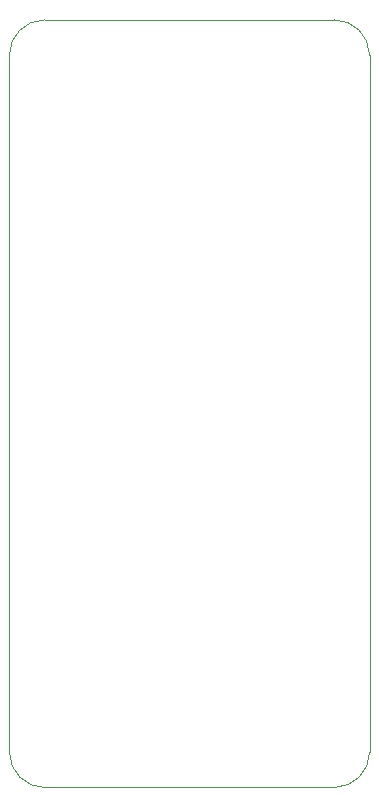
<source format=gbr>
G04 #@! TF.GenerationSoftware,KiCad,Pcbnew,5.1.9+dfsg1-1~bpo10+1*
G04 #@! TF.CreationDate,2021-04-22T21:33:44+00:00*
G04 #@! TF.ProjectId,rgb_lcd_pihat,7267625f-6c63-4645-9f70-696861742e6b,rev?*
G04 #@! TF.SameCoordinates,Original*
G04 #@! TF.FileFunction,Profile,NP*
%FSLAX46Y46*%
G04 Gerber Fmt 4.6, Leading zero omitted, Abs format (unit mm)*
G04 Created by KiCad (PCBNEW 5.1.9+dfsg1-1~bpo10+1) date 2021-04-22 21:33:44*
%MOMM*%
%LPD*%
G01*
G04 APERTURE LIST*
G04 #@! TA.AperFunction,Profile*
%ADD10C,0.050000*%
G04 #@! TD*
G04 APERTURE END LIST*
D10*
X70500000Y-97000000D02*
G75*
G02*
X67500000Y-100000000I-3000000J0D01*
G01*
X67500000Y-35000000D02*
G75*
G02*
X70500000Y-38000000I0J-3000000D01*
G01*
X43000000Y-100000000D02*
G75*
G02*
X40000000Y-97000000I0J3000000D01*
G01*
X40000000Y-38000000D02*
G75*
G02*
X43000000Y-35000000I3000000J0D01*
G01*
X40000000Y-38000000D02*
X40000000Y-97000000D01*
X70500000Y-38000000D02*
X70500000Y-97000000D01*
X43000000Y-35000000D02*
X67500000Y-35000000D01*
X43000000Y-100000000D02*
X67500000Y-100000000D01*
M02*

</source>
